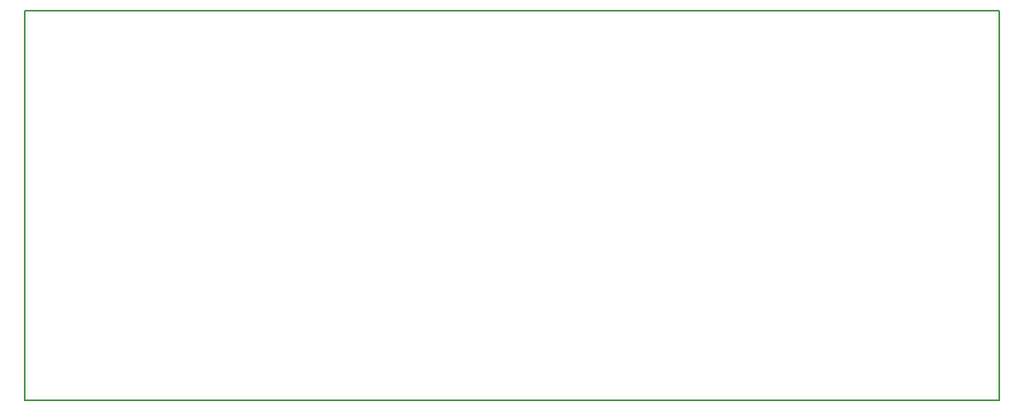
<source format=gm1>
G04 #@! TF.GenerationSoftware,KiCad,Pcbnew,(5.0.0-rc2-dev-130-g0bdae22af-dirty)*
G04 #@! TF.CreationDate,2018-05-29T16:10:37+03:00*
G04 #@! TF.ProjectId,display,646973706C61792E6B696361645F7063,1*
G04 #@! TF.SameCoordinates,Original*
G04 #@! TF.FileFunction,Profile,NP*
%FSLAX46Y46*%
G04 Gerber Fmt 4.6, Leading zero omitted, Abs format (unit mm)*
G04 Created by KiCad (PCBNEW (5.0.0-rc2-dev-130-g0bdae22af-dirty)) date Tue May 29 16:10:37 2018*
%MOMM*%
%LPD*%
G01*
G04 APERTURE LIST*
%ADD10C,0.150000*%
G04 APERTURE END LIST*
D10*
X202200000Y-110400000D02*
X202200000Y-70300000D01*
X102200000Y-110400000D02*
X202200199Y-110400000D01*
X102200000Y-70300000D02*
X102200000Y-110400000D01*
X202200049Y-70300000D02*
X102199936Y-70300000D01*
M02*

</source>
